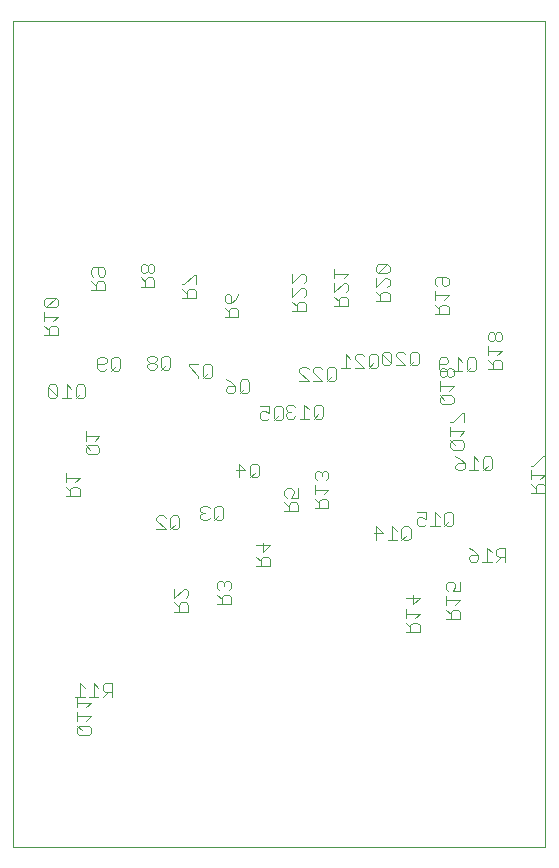
<source format=gbo>
G75*
G70*
%OFA0B0*%
%FSLAX24Y24*%
%IPPOS*%
%LPD*%
%AMOC8*
5,1,8,0,0,1.08239X$1,22.5*
%
%ADD10C,0.0000*%
%ADD11C,0.0040*%
D10*
X000912Y000100D02*
X000912Y027659D01*
X018628Y027659D01*
X018628Y000100D01*
X000912Y000100D01*
D11*
X003117Y003850D02*
X003040Y003927D01*
X003040Y004081D01*
X003117Y004157D01*
X003424Y004157D01*
X003500Y004081D01*
X003500Y003927D01*
X003424Y003850D01*
X003117Y003850D01*
X003193Y004004D02*
X003040Y004157D01*
X003040Y004311D02*
X003040Y004618D01*
X003040Y004771D02*
X003040Y005078D01*
X002981Y005114D02*
X003288Y005114D01*
X003135Y005114D02*
X003135Y005575D01*
X003288Y005421D01*
X003442Y005114D02*
X003749Y005114D01*
X003902Y005114D02*
X004056Y005268D01*
X003979Y005268D02*
X004209Y005268D01*
X004209Y005114D02*
X004209Y005575D01*
X003979Y005575D01*
X003902Y005498D01*
X003902Y005345D01*
X003979Y005268D01*
X003749Y005421D02*
X003595Y005575D01*
X003595Y005114D01*
X003500Y004925D02*
X003347Y004771D01*
X003500Y004925D02*
X003040Y004925D01*
X003040Y004464D02*
X003500Y004464D01*
X003347Y004311D01*
X006280Y007960D02*
X006741Y007960D01*
X006741Y008190D01*
X006664Y008267D01*
X006511Y008267D01*
X006434Y008190D01*
X006434Y007960D01*
X006434Y008114D02*
X006280Y008267D01*
X006280Y008421D02*
X006587Y008727D01*
X006664Y008727D01*
X006741Y008651D01*
X006741Y008497D01*
X006664Y008421D01*
X006280Y008421D02*
X006280Y008727D01*
X007702Y008745D02*
X007778Y008669D01*
X007702Y008745D02*
X007702Y008899D01*
X007778Y008976D01*
X007855Y008976D01*
X007932Y008899D01*
X007932Y008822D01*
X007932Y008899D02*
X008009Y008976D01*
X008085Y008976D01*
X008162Y008899D01*
X008162Y008745D01*
X008085Y008669D01*
X008085Y008515D02*
X007932Y008515D01*
X007855Y008438D01*
X007855Y008208D01*
X007702Y008208D02*
X008162Y008208D01*
X008162Y008438D01*
X008085Y008515D01*
X007855Y008362D02*
X007702Y008515D01*
X009001Y009476D02*
X009461Y009476D01*
X009461Y009706D01*
X009385Y009783D01*
X009231Y009783D01*
X009154Y009706D01*
X009154Y009476D01*
X009154Y009629D02*
X009001Y009783D01*
X009231Y009936D02*
X009231Y010243D01*
X009001Y010166D02*
X009461Y010166D01*
X009231Y009936D01*
X009946Y011295D02*
X010406Y011295D01*
X010406Y011525D01*
X010329Y011602D01*
X010176Y011602D01*
X010099Y011525D01*
X010099Y011295D01*
X010099Y011448D02*
X009946Y011602D01*
X010023Y011755D02*
X009946Y011832D01*
X009946Y011985D01*
X010023Y012062D01*
X010176Y012062D01*
X010253Y011985D01*
X010253Y011909D01*
X010176Y011755D01*
X010406Y011755D01*
X010406Y012062D01*
X010958Y012027D02*
X011418Y012027D01*
X011265Y011873D01*
X011341Y011720D02*
X011188Y011720D01*
X011111Y011643D01*
X011111Y011413D01*
X010958Y011413D02*
X011418Y011413D01*
X011418Y011643D01*
X011341Y011720D01*
X011111Y011566D02*
X010958Y011720D01*
X010958Y011873D02*
X010958Y012180D01*
X011034Y012334D02*
X010958Y012410D01*
X010958Y012564D01*
X011034Y012641D01*
X011111Y012641D01*
X011188Y012564D01*
X011188Y012487D01*
X011188Y012564D02*
X011265Y012641D01*
X011341Y012641D01*
X011418Y012564D01*
X011418Y012410D01*
X011341Y012334D01*
X011152Y014394D02*
X010998Y014394D01*
X010921Y014470D01*
X010921Y014777D01*
X010998Y014854D01*
X011152Y014854D01*
X011228Y014777D01*
X011228Y014470D01*
X011152Y014394D01*
X011075Y014547D02*
X010921Y014394D01*
X010768Y014394D02*
X010461Y014394D01*
X010614Y014394D02*
X010614Y014854D01*
X010768Y014701D01*
X010307Y014777D02*
X010231Y014854D01*
X010077Y014854D01*
X010001Y014777D01*
X010001Y014701D01*
X010077Y014624D01*
X010001Y014547D01*
X010001Y014470D01*
X010077Y014394D01*
X010231Y014394D01*
X010307Y014470D01*
X010154Y014624D02*
X010077Y014624D01*
X009905Y014730D02*
X009905Y014423D01*
X009829Y014346D01*
X009675Y014346D01*
X009599Y014423D01*
X009599Y014730D01*
X009675Y014807D01*
X009829Y014807D01*
X009905Y014730D01*
X009752Y014500D02*
X009599Y014346D01*
X009445Y014423D02*
X009368Y014346D01*
X009215Y014346D01*
X009138Y014423D01*
X009138Y014577D01*
X009215Y014653D01*
X009292Y014653D01*
X009445Y014577D01*
X009445Y014807D01*
X009138Y014807D01*
X008694Y015236D02*
X008771Y015313D01*
X008771Y015620D01*
X008694Y015697D01*
X008541Y015697D01*
X008464Y015620D01*
X008464Y015313D01*
X008541Y015236D01*
X008694Y015236D01*
X008618Y015390D02*
X008464Y015236D01*
X008311Y015313D02*
X008234Y015236D01*
X008081Y015236D01*
X008004Y015313D01*
X008004Y015390D01*
X008081Y015466D01*
X008311Y015466D01*
X008311Y015313D01*
X008311Y015466D02*
X008157Y015620D01*
X008004Y015697D01*
X007539Y015825D02*
X007539Y016132D01*
X007462Y016208D01*
X007309Y016208D01*
X007232Y016132D01*
X007232Y015825D01*
X007309Y015748D01*
X007462Y015748D01*
X007539Y015825D01*
X007385Y015901D02*
X007232Y015748D01*
X007078Y015748D02*
X007078Y015825D01*
X006771Y016132D01*
X006771Y016208D01*
X007078Y016208D01*
X006149Y016100D02*
X006072Y016024D01*
X005919Y016024D01*
X005842Y016100D01*
X005842Y016407D01*
X005919Y016484D01*
X006072Y016484D01*
X006149Y016407D01*
X006149Y016100D01*
X005996Y016177D02*
X005842Y016024D01*
X005689Y016100D02*
X005689Y016177D01*
X005612Y016254D01*
X005458Y016254D01*
X005382Y016177D01*
X005382Y016100D01*
X005458Y016024D01*
X005612Y016024D01*
X005689Y016100D01*
X005612Y016254D02*
X005689Y016330D01*
X005689Y016407D01*
X005612Y016484D01*
X005458Y016484D01*
X005382Y016407D01*
X005382Y016330D01*
X005458Y016254D01*
X004484Y016368D02*
X004484Y016061D01*
X004407Y015984D01*
X004254Y015984D01*
X004177Y016061D01*
X004177Y016368D01*
X004254Y016445D01*
X004407Y016445D01*
X004484Y016368D01*
X004330Y016138D02*
X004177Y015984D01*
X004023Y016061D02*
X003947Y015984D01*
X003793Y015984D01*
X003716Y016061D01*
X003716Y016368D01*
X003793Y016445D01*
X003947Y016445D01*
X004023Y016368D01*
X004023Y016291D01*
X003947Y016214D01*
X003716Y016214D01*
X003222Y015531D02*
X003068Y015531D01*
X002991Y015454D01*
X002991Y015148D01*
X003068Y015071D01*
X003222Y015071D01*
X003298Y015148D01*
X003298Y015454D01*
X003222Y015531D01*
X003145Y015224D02*
X002991Y015071D01*
X002838Y015071D02*
X002531Y015071D01*
X002685Y015071D02*
X002685Y015531D01*
X002838Y015378D01*
X002378Y015454D02*
X002378Y015148D01*
X002071Y015454D01*
X002071Y015148D01*
X002147Y015071D01*
X002301Y015071D01*
X002378Y015148D01*
X002378Y015454D02*
X002301Y015531D01*
X002147Y015531D01*
X002071Y015454D01*
X002095Y017178D02*
X002095Y017408D01*
X002171Y017485D01*
X002325Y017485D01*
X002401Y017408D01*
X002401Y017178D01*
X001941Y017178D01*
X002095Y017332D02*
X001941Y017485D01*
X001941Y017639D02*
X001941Y017946D01*
X001941Y017792D02*
X002401Y017792D01*
X002248Y017639D01*
X002325Y018099D02*
X002018Y018099D01*
X002325Y018406D01*
X002018Y018406D01*
X001941Y018329D01*
X001941Y018176D01*
X002018Y018099D01*
X002325Y018099D02*
X002401Y018176D01*
X002401Y018329D01*
X002325Y018406D01*
X003504Y018662D02*
X003964Y018662D01*
X003964Y018892D01*
X003888Y018969D01*
X003734Y018969D01*
X003658Y018892D01*
X003658Y018662D01*
X003658Y018816D02*
X003504Y018969D01*
X003581Y019123D02*
X003504Y019199D01*
X003504Y019353D01*
X003581Y019430D01*
X003888Y019430D01*
X003964Y019353D01*
X003964Y019199D01*
X003888Y019123D01*
X003811Y019123D01*
X003734Y019199D01*
X003734Y019430D01*
X005158Y019479D02*
X005158Y019325D01*
X005234Y019249D01*
X005311Y019249D01*
X005388Y019325D01*
X005388Y019479D01*
X005311Y019556D01*
X005234Y019556D01*
X005158Y019479D01*
X005388Y019479D02*
X005465Y019556D01*
X005541Y019556D01*
X005618Y019479D01*
X005618Y019325D01*
X005541Y019249D01*
X005465Y019249D01*
X005388Y019325D01*
X005388Y019095D02*
X005311Y019018D01*
X005311Y018788D01*
X005158Y018788D02*
X005618Y018788D01*
X005618Y019018D01*
X005541Y019095D01*
X005388Y019095D01*
X005311Y018942D02*
X005158Y019095D01*
X006536Y018863D02*
X006612Y018863D01*
X006919Y019170D01*
X006996Y019170D01*
X006996Y018863D01*
X006919Y018709D02*
X006996Y018633D01*
X006996Y018402D01*
X006536Y018402D01*
X006689Y018402D02*
X006689Y018633D01*
X006766Y018709D01*
X006919Y018709D01*
X006689Y018556D02*
X006536Y018709D01*
X007953Y018471D02*
X007953Y018317D01*
X008030Y018241D01*
X008183Y018241D01*
X008183Y018471D01*
X008106Y018548D01*
X008030Y018548D01*
X007953Y018471D01*
X008183Y018241D02*
X008337Y018394D01*
X008413Y018548D01*
X008337Y018087D02*
X008183Y018087D01*
X008106Y018011D01*
X008106Y017780D01*
X007953Y017780D02*
X008413Y017780D01*
X008413Y018011D01*
X008337Y018087D01*
X008106Y017934D02*
X007953Y018087D01*
X010201Y017977D02*
X010661Y017977D01*
X010661Y018208D01*
X010585Y018284D01*
X010431Y018284D01*
X010354Y018208D01*
X010354Y017977D01*
X010354Y018131D02*
X010201Y018284D01*
X010201Y018438D02*
X010508Y018745D01*
X010585Y018745D01*
X010661Y018668D01*
X010661Y018515D01*
X010585Y018438D01*
X010201Y018438D02*
X010201Y018745D01*
X010201Y018898D02*
X010508Y019205D01*
X010585Y019205D01*
X010661Y019128D01*
X010661Y018975D01*
X010585Y018898D01*
X010201Y018898D02*
X010201Y019205D01*
X011618Y019217D02*
X012079Y019217D01*
X011925Y019064D01*
X011925Y018910D02*
X012002Y018910D01*
X012079Y018833D01*
X012079Y018680D01*
X012002Y018603D01*
X012002Y018450D02*
X011848Y018450D01*
X011772Y018373D01*
X011772Y018143D01*
X011772Y018296D02*
X011618Y018450D01*
X011618Y018603D02*
X011925Y018910D01*
X011618Y018910D02*
X011618Y018603D01*
X011618Y019064D02*
X011618Y019370D01*
X012002Y018450D02*
X012079Y018373D01*
X012079Y018143D01*
X011618Y018143D01*
X011988Y016539D02*
X011988Y016079D01*
X012141Y016079D02*
X011834Y016079D01*
X011672Y016029D02*
X011672Y015722D01*
X011596Y015646D01*
X011442Y015646D01*
X011366Y015722D01*
X011366Y016029D01*
X011442Y016106D01*
X011596Y016106D01*
X011672Y016029D01*
X011519Y015799D02*
X011366Y015646D01*
X011212Y015646D02*
X010905Y015953D01*
X010905Y016029D01*
X010982Y016106D01*
X011135Y016106D01*
X011212Y016029D01*
X011212Y015646D02*
X010905Y015646D01*
X010752Y015646D02*
X010445Y015953D01*
X010445Y016029D01*
X010521Y016106D01*
X010675Y016106D01*
X010752Y016029D01*
X010752Y015646D02*
X010445Y015646D01*
X011988Y016539D02*
X012141Y016386D01*
X012295Y016386D02*
X012295Y016462D01*
X012372Y016539D01*
X012525Y016539D01*
X012602Y016462D01*
X012755Y016462D02*
X012755Y016155D01*
X012832Y016079D01*
X012985Y016079D01*
X013062Y016155D01*
X013062Y016462D01*
X012985Y016539D01*
X012832Y016539D01*
X012755Y016462D01*
X012909Y016232D02*
X012755Y016079D01*
X012602Y016079D02*
X012295Y016386D01*
X012295Y016079D02*
X012602Y016079D01*
X013205Y016242D02*
X013281Y016165D01*
X013435Y016165D01*
X013511Y016242D01*
X013205Y016549D01*
X013205Y016242D01*
X013205Y016549D02*
X013281Y016626D01*
X013435Y016626D01*
X013511Y016549D01*
X013511Y016242D01*
X013665Y016165D02*
X013972Y016165D01*
X013665Y016472D01*
X013665Y016549D01*
X013742Y016626D01*
X013895Y016626D01*
X013972Y016549D01*
X014125Y016549D02*
X014125Y016242D01*
X014202Y016165D01*
X014356Y016165D01*
X014432Y016242D01*
X014432Y016549D01*
X014356Y016626D01*
X014202Y016626D01*
X014125Y016549D01*
X014279Y016319D02*
X014125Y016165D01*
X015106Y016199D02*
X015336Y016199D01*
X015413Y016275D01*
X015413Y016352D01*
X015336Y016429D01*
X015183Y016429D01*
X015106Y016352D01*
X015106Y016045D01*
X015183Y015968D01*
X015336Y015968D01*
X015413Y016045D01*
X015433Y016091D02*
X015357Y016014D01*
X015357Y015860D01*
X015433Y015784D01*
X015510Y015784D01*
X015587Y015860D01*
X015587Y016014D01*
X015510Y016091D01*
X015433Y016091D01*
X015357Y016014D02*
X015280Y016091D01*
X015203Y016091D01*
X015127Y016014D01*
X015127Y015860D01*
X015203Y015784D01*
X015280Y015784D01*
X015357Y015860D01*
X015567Y015968D02*
X015873Y015968D01*
X015720Y015968D02*
X015720Y016429D01*
X015873Y016275D01*
X016027Y016352D02*
X016027Y016045D01*
X016104Y015968D01*
X016257Y015968D01*
X016334Y016045D01*
X016334Y016352D01*
X016257Y016429D01*
X016104Y016429D01*
X016027Y016352D01*
X016180Y016122D02*
X016027Y015968D01*
X015587Y015477D02*
X015127Y015477D01*
X015127Y015630D02*
X015127Y015323D01*
X015127Y015170D02*
X015280Y015016D01*
X015127Y014940D02*
X015203Y014863D01*
X015510Y014863D01*
X015587Y014940D01*
X015587Y015093D01*
X015510Y015170D01*
X015203Y015170D01*
X015127Y015093D01*
X015127Y014940D01*
X015433Y015323D02*
X015587Y015477D01*
X015865Y014583D02*
X015558Y014276D01*
X015481Y014276D01*
X015481Y014122D02*
X015481Y013815D01*
X015481Y013662D02*
X015634Y013508D01*
X015481Y013432D02*
X015558Y013355D01*
X015865Y013355D01*
X015941Y013432D01*
X015941Y013585D01*
X015865Y013662D01*
X015558Y013662D01*
X015481Y013585D01*
X015481Y013432D01*
X015646Y013130D02*
X015800Y013053D01*
X015953Y012899D01*
X015723Y012899D01*
X015646Y012823D01*
X015646Y012746D01*
X015723Y012669D01*
X015876Y012669D01*
X015953Y012746D01*
X015953Y012899D01*
X016107Y012669D02*
X016414Y012669D01*
X016567Y012669D02*
X016720Y012823D01*
X016567Y012746D02*
X016644Y012669D01*
X016797Y012669D01*
X016874Y012746D01*
X016874Y013053D01*
X016797Y013130D01*
X016644Y013130D01*
X016567Y013053D01*
X016567Y012746D01*
X016414Y012976D02*
X016260Y013130D01*
X016260Y012669D01*
X015788Y013815D02*
X015941Y013969D01*
X015481Y013969D01*
X015941Y014276D02*
X015941Y014583D01*
X015865Y014583D01*
X016736Y016040D02*
X017197Y016040D01*
X017197Y016271D01*
X017120Y016347D01*
X016967Y016347D01*
X016890Y016271D01*
X016890Y016040D01*
X016890Y016194D02*
X016736Y016347D01*
X016736Y016501D02*
X016736Y016808D01*
X016736Y016654D02*
X017197Y016654D01*
X017043Y016501D01*
X017043Y016961D02*
X016967Y017038D01*
X016967Y017191D01*
X016890Y017268D01*
X016813Y017268D01*
X016736Y017191D01*
X016736Y017038D01*
X016813Y016961D01*
X016890Y016961D01*
X016967Y017038D01*
X017043Y016961D02*
X017120Y016961D01*
X017197Y017038D01*
X017197Y017191D01*
X017120Y017268D01*
X017043Y017268D01*
X016967Y017191D01*
X015425Y017883D02*
X015425Y018113D01*
X015348Y018190D01*
X015195Y018190D01*
X015118Y018113D01*
X015118Y017883D01*
X014965Y017883D02*
X015425Y017883D01*
X015118Y018036D02*
X014965Y018190D01*
X014965Y018343D02*
X014965Y018650D01*
X014965Y018497D02*
X015425Y018497D01*
X015272Y018343D01*
X015272Y018804D02*
X015195Y018880D01*
X015195Y019111D01*
X015348Y019111D02*
X015041Y019111D01*
X014965Y019034D01*
X014965Y018880D01*
X015041Y018804D01*
X015272Y018804D02*
X015348Y018804D01*
X015425Y018880D01*
X015425Y019034D01*
X015348Y019111D01*
X013457Y018999D02*
X013457Y018845D01*
X013380Y018769D01*
X013380Y018615D02*
X013226Y018615D01*
X013150Y018538D01*
X013150Y018308D01*
X013150Y018462D02*
X012996Y018615D01*
X012996Y018769D02*
X013303Y019075D01*
X013380Y019075D01*
X013457Y018999D01*
X013380Y019229D02*
X013457Y019306D01*
X013457Y019459D01*
X013380Y019536D01*
X013073Y019229D01*
X012996Y019306D01*
X012996Y019459D01*
X013073Y019536D01*
X013380Y019536D01*
X013380Y019229D02*
X013073Y019229D01*
X012996Y019075D02*
X012996Y018769D01*
X013380Y018615D02*
X013457Y018538D01*
X013457Y018308D01*
X012996Y018308D01*
X009033Y012893D02*
X009110Y012817D01*
X009110Y012510D01*
X009033Y012433D01*
X008880Y012433D01*
X008803Y012510D01*
X008803Y012817D01*
X008880Y012893D01*
X009033Y012893D01*
X008957Y012586D02*
X008803Y012433D01*
X008650Y012663D02*
X008343Y012663D01*
X008420Y012433D02*
X008420Y012893D01*
X008650Y012663D01*
X007841Y011476D02*
X007687Y011476D01*
X007610Y011399D01*
X007610Y011092D01*
X007687Y011016D01*
X007841Y011016D01*
X007917Y011092D01*
X007917Y011399D01*
X007841Y011476D01*
X007764Y011169D02*
X007610Y011016D01*
X007457Y011092D02*
X007380Y011016D01*
X007227Y011016D01*
X007150Y011092D01*
X007150Y011169D01*
X007227Y011246D01*
X007303Y011246D01*
X007227Y011246D02*
X007150Y011323D01*
X007150Y011399D01*
X007227Y011476D01*
X007380Y011476D01*
X007457Y011399D01*
X006449Y011084D02*
X006449Y010777D01*
X006372Y010701D01*
X006219Y010701D01*
X006142Y010777D01*
X006142Y011084D01*
X006219Y011161D01*
X006372Y011161D01*
X006449Y011084D01*
X006295Y010854D02*
X006142Y010701D01*
X005988Y010701D02*
X005681Y011008D01*
X005681Y011084D01*
X005758Y011161D01*
X005912Y011161D01*
X005988Y011084D01*
X005988Y010701D02*
X005681Y010701D01*
X003707Y013197D02*
X003784Y013274D01*
X003784Y013427D01*
X003707Y013504D01*
X003400Y013504D01*
X003323Y013427D01*
X003323Y013274D01*
X003400Y013197D01*
X003707Y013197D01*
X003477Y013350D02*
X003323Y013504D01*
X003323Y013657D02*
X003323Y013964D01*
X003323Y013811D02*
X003784Y013811D01*
X003630Y013657D01*
X003119Y012424D02*
X002658Y012424D01*
X002658Y012271D02*
X002658Y012578D01*
X002965Y012271D02*
X003119Y012424D01*
X003042Y012117D02*
X002889Y012117D01*
X002812Y012041D01*
X002812Y011811D01*
X002812Y011964D02*
X002658Y012117D01*
X002658Y011811D02*
X003119Y011811D01*
X003119Y012041D01*
X003042Y012117D01*
X012926Y010569D02*
X013233Y010569D01*
X013002Y010799D01*
X013002Y010339D01*
X013386Y010339D02*
X013693Y010339D01*
X013540Y010339D02*
X013540Y010799D01*
X013693Y010645D01*
X013847Y010722D02*
X013847Y010415D01*
X013923Y010339D01*
X014077Y010339D01*
X014153Y010415D01*
X014153Y010722D01*
X014077Y010799D01*
X013923Y010799D01*
X013847Y010722D01*
X014000Y010492D02*
X013847Y010339D01*
X014355Y010888D02*
X014432Y010811D01*
X014585Y010811D01*
X014662Y010888D01*
X014662Y011041D02*
X014508Y011118D01*
X014432Y011118D01*
X014355Y011041D01*
X014355Y010888D01*
X014662Y011041D02*
X014662Y011271D01*
X014355Y011271D01*
X014815Y010811D02*
X015122Y010811D01*
X014969Y010811D02*
X014969Y011271D01*
X015122Y011118D01*
X015276Y011195D02*
X015276Y010888D01*
X015352Y010811D01*
X015506Y010811D01*
X015583Y010888D01*
X015583Y011195D01*
X015506Y011271D01*
X015352Y011271D01*
X015276Y011195D01*
X015429Y010964D02*
X015276Y010811D01*
X016090Y010086D02*
X016243Y010009D01*
X016397Y009856D01*
X016167Y009856D01*
X016090Y009779D01*
X016090Y009702D01*
X016167Y009626D01*
X016320Y009626D01*
X016397Y009702D01*
X016397Y009856D01*
X016550Y009626D02*
X016857Y009626D01*
X016704Y009626D02*
X016704Y010086D01*
X016857Y009932D01*
X017011Y009856D02*
X017011Y010009D01*
X017088Y010086D01*
X017318Y010086D01*
X017318Y009626D01*
X017318Y009779D02*
X017088Y009779D01*
X017011Y009856D01*
X017164Y009779D02*
X017011Y009626D01*
X015796Y008944D02*
X015796Y008637D01*
X015566Y008637D01*
X015643Y008790D01*
X015643Y008867D01*
X015566Y008944D01*
X015412Y008944D01*
X015336Y008867D01*
X015336Y008714D01*
X015412Y008637D01*
X015336Y008483D02*
X015336Y008176D01*
X015336Y008023D02*
X015489Y007870D01*
X015489Y007946D02*
X015489Y007716D01*
X015336Y007716D02*
X015796Y007716D01*
X015796Y007946D01*
X015719Y008023D01*
X015566Y008023D01*
X015489Y007946D01*
X015643Y008176D02*
X015796Y008330D01*
X015336Y008330D01*
X014457Y008426D02*
X014227Y008196D01*
X014227Y008503D01*
X013997Y008426D02*
X014457Y008426D01*
X014457Y007889D02*
X013997Y007889D01*
X013997Y007736D02*
X013997Y008042D01*
X013997Y007582D02*
X014150Y007429D01*
X014150Y007505D02*
X014150Y007275D01*
X013997Y007275D02*
X014457Y007275D01*
X014457Y007505D01*
X014381Y007582D01*
X014227Y007582D01*
X014150Y007505D01*
X014304Y007736D02*
X014457Y007889D01*
X018170Y011905D02*
X018631Y011905D01*
X018631Y012135D01*
X018554Y012212D01*
X018400Y012212D01*
X018324Y012135D01*
X018324Y011905D01*
X018324Y012059D02*
X018170Y012212D01*
X018170Y012365D02*
X018170Y012672D01*
X018170Y012519D02*
X018631Y012519D01*
X018477Y012365D01*
X018631Y012826D02*
X018631Y013133D01*
X018554Y013133D01*
X018247Y012826D01*
X018170Y012826D01*
M02*

</source>
